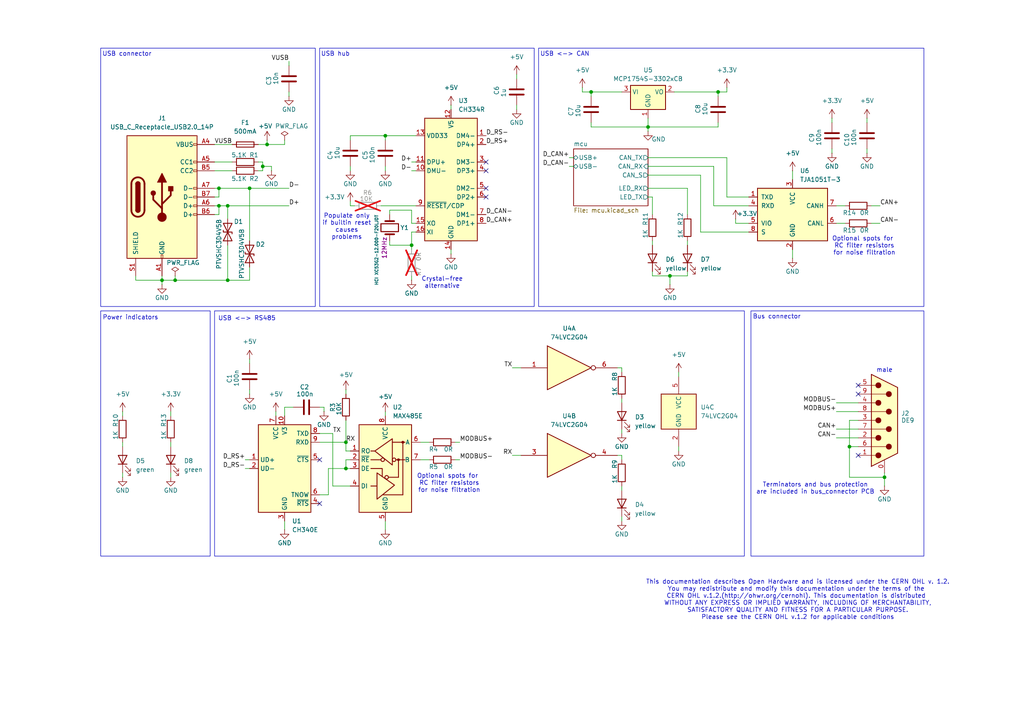
<source format=kicad_sch>
(kicad_sch (version 20250114) (generator "eeschema") (generator_version "9.0")
  (paper "A4")
  (title_block (title "USB <-> CAN/RS485 Bridge") (date "2025-11-24") (rev "1.0"))
  (lib_symbols
    (symbol "74xGxx:74LVC2G04"
      (property "Reference" "U" (at 0 7.62 0))
      (property "Value" "74LVC2G04" (at 2.54 -7.62 0))
      (symbol "74LVC2G04_1_1"
        (pin input line (at -15.24 0 0) (length 7.62) (name "~") (number "1"))
        (pin output inverted (at 12.7 0 180) (length 7.62) (name "~") (number "6"))
      )
      (symbol "74LVC2G04_2_1"
        (pin input line (at -15.24 0 0) (length 7.62) (name "~") (number "3"))
        (pin output inverted (at 12.7 0 180) (length 7.62) (name "~") (number "4"))
      )
      (symbol "74LVC2G04_3_1"
        (pin power_in line (at 0 10.16 270) (length 5.08) (name "VCC") (number "5"))
        (pin power_in line (at 0 -10.16 90) (length 5.08) (name "GND") (number "2"))
      )
    )
    (symbol "Connector:DE9_Pins_MountingHoles" (pin_names (offset 1.016) (hide yes))
      (property "Reference" "J" (at 0 16.51 0))
      (property "Value" "DE9_Pins_MountingHoles" (at 0 14.605 0))
      (symbol "DE9_Pins_MountingHoles_1_1"
        (pin passive line (at -7.62 10.16 0) (length 3.81) (name "5") (number "5"))
        (pin passive line (at -7.62 7.62 0) (length 3.81) (name "9") (number "9"))
        (pin passive line (at -7.62 5.08 0) (length 3.81) (name "4") (number "4"))
        (pin passive line (at -7.62 2.54 0) (length 3.81) (name "8") (number "8"))
        (pin passive line (at -7.62 0 0) (length 3.81) (name "3") (number "3"))
        (pin passive line (at -7.62 -2.54 0) (length 3.81) (name "7") (number "7"))
        (pin passive line (at -7.62 -5.08 0) (length 3.81) (name "2") (number "2"))
        (pin passive line (at -7.62 -7.62 0) (length 3.81) (name "6") (number "6"))
        (pin passive line (at -7.62 -10.16 0) (length 3.81) (name "1") (number "1"))
        (pin passive line (at 0 -15.24 90) (length 3.81) (name "PAD") (number "0"))
      )
    )
    (symbol "Connector:USB_C_Receptacle_USB2.0_14P" (pin_names (offset 1.016))
      (property "Reference" "J" (at 0 22.225 0))
      (property "Value" "USB_C_Receptacle_USB2.0_14P" (at 0 19.685 0))
      (symbol "USB_C_Receptacle_USB2.0_14P_1_1"
        (pin passive line (at -7.62 -22.86 90) (length 5.08) (name "SHIELD") (number "S1"))
        (pin passive line (at 0 -22.86 90) (length 5.08) (name "GND") (number "A1"))
        (pin passive line (at 0 -22.86 90) (length 5.08) (hide yes) (name "GND") (number "A12"))
        (pin passive line (at 0 -22.86 90) (length 5.08) (hide yes) (name "GND") (number "B1"))
        (pin passive line (at 0 -22.86 90) (length 5.08) (hide yes) (name "GND") (number "B12"))
        (pin passive line (at 15.24 15.24 180) (length 5.08) (name "VBUS") (number "A4"))
        (pin passive line (at 15.24 15.24 180) (length 5.08) (hide yes) (name "VBUS") (number "A9"))
        (pin passive line (at 15.24 15.24 180) (length 5.08) (hide yes) (name "VBUS") (number "B4"))
        (pin passive line (at 15.24 15.24 180) (length 5.08) (hide yes) (name "VBUS") (number "B9"))
        (pin bidirectional line (at 15.24 10.16 180) (length 5.08) (name "CC1") (number "A5"))
        (pin bidirectional line (at 15.24 7.62 180) (length 5.08) (name "CC2") (number "B5"))
        (pin bidirectional line (at 15.24 2.54 180) (length 5.08) (name "D-") (number "A7"))
        (pin bidirectional line (at 15.24 0 180) (length 5.08) (name "D-") (number "B7"))
        (pin bidirectional line (at 15.24 -2.54 180) (length 5.08) (name "D+") (number "A6"))
        (pin bidirectional line (at 15.24 -5.08 180) (length 5.08) (name "D+") (number "B6"))
      )
    )
    (symbol "Device:C" (pin_numbers (hide yes)) (pin_names (offset 0.254))
      (property "Reference" "C" (at 0.635 2.54 0))
      (property "Value" "C" (at 0.635 -2.54 0))
      (symbol "C_1_1"
        (pin passive line (at 0 3.81 270) (length 2.794) (name "~") (number "1"))
        (pin passive line (at 0 -3.81 90) (length 2.794) (name "~") (number "2"))
      )
    )
    (symbol "Device:Crystal" (pin_numbers (hide yes)) (pin_names (offset 1.016) (hide yes))
      (property "Reference" "Y" (at 0 3.81 0))
      (property "Value" "Crystal" (at 0 -3.81 0))
      (symbol "Crystal_1_1"
        (pin passive line (at -3.81 0 0) (length 1.27) (name "1") (number "1"))
        (pin passive line (at 3.81 0 180) (length 1.27) (name "2") (number "2"))
      )
    )
    (symbol "Device:D_TVS" (pin_numbers (hide yes)) (pin_names (offset 1.016) (hide yes))
      (property "Reference" "D" (at 0 2.54 0))
      (property "Value" "D_TVS" (at 0 -2.54 0))
      (symbol "D_TVS_1_1"
        (pin passive line (at -3.81 0 0) (length 2.54) (name "A1") (number "1"))
        (pin passive line (at 3.81 0 180) (length 2.54) (name "A2") (number "2"))
      )
    )
    (symbol "Device:Fuse" (pin_numbers (hide yes)) (pin_names (offset 0))
      (property "Reference" "F" (at 2.032 0 90))
      (property "Value" "Fuse" (at -1.905 0 90))
      (symbol "Fuse_1_1"
        (pin passive line (at 0 3.81 270) (length 1.27) (name "~") (number "1"))
        (pin passive line (at 0 -3.81 90) (length 1.27) (name "~") (number "2"))
      )
    )
    (symbol "Device:LED" (pin_numbers (hide yes)) (pin_names (offset 1.016) (hide yes))
      (property "Reference" "D" (at 0 2.54 0))
      (property "Value" "LED" (at 0 -2.54 0))
      (symbol "LED_1_1"
        (pin passive line (at -3.81 0 0) (length 2.54) (name "K") (number "1"))
        (pin passive line (at 3.81 0 180) (length 2.54) (name "A") (number "2"))
      )
    )
    (symbol "Device:R" (pin_numbers (hide yes)) (pin_names (offset 0))
      (property "Reference" "R" (at 2.032 0 90))
      (property "Value" "R" (at 0 0 90))
      (symbol "R_1_1"
        (pin passive line (at 0 3.81 270) (length 1.27) (name "~") (number "1"))
        (pin passive line (at 0 -3.81 90) (length 1.27) (name "~") (number "2"))
      )
    )
    (symbol "Interface_CAN_LIN:TJA1051T-3" (pin_names (offset 1.016))
      (property "Reference" "U" (at -10.16 8.89 0))
      (property "Value" "TJA1051T-3" (at 1.27 8.89 0))
      (symbol "TJA1051T-3_1_1"
        (pin input line (at -12.7 5.08 0) (length 2.54) (name "TXD") (number "1"))
        (pin output line (at -12.7 2.54 0) (length 2.54) (name "RXD") (number "4"))
        (pin power_in line (at -12.7 -2.54 0) (length 2.54) (name "VIO") (number "5"))
        (pin input line (at -12.7 -5.08 0) (length 2.54) (name "S") (number "8"))
        (pin power_in line (at 0 10.16 270) (length 2.54) (name "VCC") (number "3"))
        (pin power_in line (at 0 -10.16 90) (length 2.54) (name "GND") (number "2"))
        (pin bidirectional line (at 12.7 2.54 180) (length 2.54) (name "CANH") (number "7"))
        (pin bidirectional line (at 12.7 -2.54 180) (length 2.54) (name "CANL") (number "6"))
      )
    )
    (symbol "Interface_UART:MAX485E"
      (property "Reference" "U" (at -6.985 13.97 0))
      (property "Value" "MAX485E" (at 1.905 13.97 0))
      (symbol "MAX485E_1_1"
        (pin output line (at -10.16 5.08 0) (length 2.54) (name "RO") (number "1"))
        (pin input line (at -10.16 2.54 0) (length 2.54) (name "~{RE}") (number "2"))
        (pin input line (at -10.16 0 0) (length 2.54) (name "DE") (number "3"))
        (pin input line (at -10.16 -5.08 0) (length 2.54) (name "DI") (number "4"))
        (pin power_in line (at 0 15.24 270) (length 2.54) (name "VCC") (number "8"))
        (pin power_in line (at 0 -15.24 90) (length 2.54) (name "GND") (number "5"))
        (pin bidirectional line (at 10.16 7.62 180) (length 2.54) (name "A") (number "6"))
        (pin bidirectional line (at 10.16 2.54 180) (length 2.54) (name "B") (number "7"))
      )
    )
    (symbol "Interface_USB:CH334R"
      (property "Reference" "U" (at -7.62 20.32 0))
      (property "Value" "CH334R" (at 2.54 20.32 0))
      (symbol "CH334R_1_1"
        (pin passive line (at -10.16 12.7 0) (length 2.54) (name "VDD33") (number "13"))
        (pin bidirectional line (at -10.16 5.08 0) (length 2.54) (name "DPU+") (number "11"))
        (pin bidirectional line (at -10.16 2.54 0) (length 2.54) (name "DMU-") (number "10"))
        (pin input line (at -10.16 -7.62 0) (length 2.54) (name "~{RESET}/CDP") (number "9"))
        (pin passive line (at -10.16 -12.7 0) (length 2.54) (name "XO") (number "15"))
        (pin passive line (at -10.16 -15.24 0) (length 2.54) (name "XI") (number "16"))
        (pin power_in line (at 0 20.32 270) (length 2.54) (name "V5") (number "12"))
        (pin power_in line (at 0 -20.32 90) (length 2.54) (name "GND") (number "14"))
        (pin bidirectional line (at 10.16 12.7 180) (length 2.54) (name "DM4-") (number "1"))
        (pin bidirectional line (at 10.16 10.16 180) (length 2.54) (name "DP4+") (number "2"))
        (pin bidirectional line (at 10.16 5.08 180) (length 2.54) (name "DM3-") (number "3"))
        (pin bidirectional line (at 10.16 2.54 180) (length 2.54) (name "DP3+") (number "4"))
        (pin bidirectional line (at 10.16 -2.54 180) (length 2.54) (name "DM2-") (number "5"))
        (pin bidirectional line (at 10.16 -5.08 180) (length 2.54) (name "DP2+") (number "6"))
        (pin bidirectional line (at 10.16 -10.16 180) (length 2.54) (name "DM1-") (number "7"))
        (pin bidirectional line (at 10.16 -12.7 180) (length 2.54) (name "DP1+") (number "8"))
      )
    )
    (symbol "Interface_USB:CH340E"
      (property "Reference" "U" (at -5.08 13.97 0))
      (property "Value" "CH340E" (at 1.27 13.97 0))
      (symbol "CH340E_1_1"
        (pin bidirectional line (at -10.16 2.54 0) (length 2.54) (name "UD+") (number "1"))
        (pin bidirectional line (at -10.16 0 0) (length 2.54) (name "UD-") (number "2"))
        (pin power_in line (at -2.54 15.24 270) (length 2.54) (name "VCC") (number "7"))
        (pin power_out line (at 0 15.24 270) (length 2.54) (name "V3") (number "10"))
        (pin power_in line (at 0 -15.24 90) (length 2.54) (name "GND") (number "3"))
        (pin output line (at 10.16 10.16 180) (length 2.54) (name "TXD") (number "8"))
        (pin input line (at 10.16 7.62 180) (length 2.54) (name "RXD") (number "9"))
        (pin input line (at 10.16 2.54 180) (length 2.54) (name "~{CTS}") (number "5"))
        (pin output line (at 10.16 -7.62 180) (length 2.54) (name "TNOW") (number "6"))
        (pin output line (at 10.16 -10.16 180) (length 2.54) (name "~{RTS}") (number "4"))
      )
    )
    (symbol "Regulator_Linear:MCP1754S-3302xCB"
      (property "Reference" "U" (at -3.81 3.175 0))
      (property "Value" "MCP1754S-3302xCB" (at -0.635 3.175 0))
      (symbol "MCP1754S-3302xCB_1_1"
        (pin power_in line (at -7.62 0 0) (length 2.54) (name "VI") (number "3"))
        (pin power_in line (at 0 -7.62 90) (length 2.54) (name "GND") (number "1"))
        (pin power_out line (at 7.62 0 180) (length 2.54) (name "VO") (number "2"))
      )
    )
    (symbol "power:+3.3V" (power) (pin_numbers (hide yes)) (pin_names (offset 0) (hide yes))
      (property "Value" "+3.3V" (at 0 3.556 0))
      (symbol "+3.3V_1_1"
        (pin power_in line (at 0 0 90) (length 0) (name "~") (number "1"))
      )
    )
    (symbol "power:+5V" (power) (pin_numbers (hide yes)) (pin_names (offset 0) (hide yes))
      (property "Value" "+5V" (at 0 3.556 0))
      (symbol "+5V_1_1"
        (pin power_in line (at 0 0 90) (length 0) (name "~") (number "1"))
      )
    )
    (symbol "power:GND" (power) (pin_numbers (hide yes)) (pin_names (offset 0) (hide yes))
      (property "Value" "GND" (at 0 -3.81 0))
      (symbol "GND_1_1"
        (pin power_in line (at 0 0 270) (length 0) (name "~") (number "1"))
      )
    )
    (symbol "power:PWR_FLAG" (power) (pin_numbers (hide yes)) (pin_names (offset 0) (hide yes))
      (property "Value" "PWR_FLAG" (at 0 3.81 0))
      (symbol "PWR_FLAG_0_0"
        (pin power_out line (at 0 0 90) (length 0) (name "~") (number "1"))
      )
    )
  )
  (rectangle (start 29.21 13.97) (end 91.44 88.9))
  (rectangle (start 29.21 90.17) (end 60.96 161.29))
  (rectangle (start 156.21 13.97) (end 267.97 88.9))
  (rectangle (start 62.23 90.17) (end 215.9 161.29))
  (rectangle (start 217.805 90.17) (end 267.97 161.29))
  (rectangle (start 92.71 13.97) (end 154.94 88.9))
  (text "Populate only\nif builtin reset\ncauses\nproblems" (at 100.584 65.786 0) (effects (font (size 1.27 1.27))))
  (text "Terminators and bus protection\nare included in bus_connector PCB" (at 236.474 141.732 0) (effects (font (size 1.27 1.27))))
  (text "USB <-> RS485" (at 71.628 92.456 0) (effects (font (size 1.27 1.27))))
  (text "Bus connector" (at 225.298 91.948 0) (effects (font (size 1.27 1.27))))
  (text "This documentation describes Open Hardware and is licensed under the CERN OHL v. 1.2.\nYou may redistribute and modify this documentation under the terms of the \nCERN OHL v.1.2.(http://ohwr.org/cernohl). This documentation is distributed \nWITHOUT ANY EXPRESS OR IMPLIED WARRANTY, INCLUDING OF MERCHANTABILITY,\nSATISFACTORY QUALITY AND FITNESS FOR A PARTICULAR PURPOSE.\nPlease see the CERN OHL v.1.2 for applicable conditions" (at 231.394 173.99 0) (effects (font (size 1.27 1.27))))
  (text "male" (at 256.54 107.442 0) (effects (font (size 1.27 1.27))))
  (text "Optional spots for \nRC filter resistors\nfor noise filtration" (at 130.302 140.208 0) (effects (font (size 1.27 1.27))))
  (text "USB <-> CAN" (at 163.83 15.748 0) (effects (font (size 1.27 1.27))))
  (text "Power indicators" (at 37.846 92.202 0) (effects (font (size 1.27 1.27))))
  (text "Crystal-free\nalternative" (at 128.27 82.042 0) (effects (font (size 1.27 1.27))))
  (text "Optional spots for \nRC filter resistors\nfor noise filtration" (at 250.698 71.374 0) (effects (font (size 1.27 1.27))))
  (text "USB hub" (at 97.282 15.748 0) (effects (font (size 1.27 1.27))))
  (text "USB connector" (at 36.83 15.748 0) (effects (font (size 1.27 1.27))))
  (junction (at 100.33 128.27))
  (junction (at 246.38 129.54))
  (junction (at 66.04 81.28))
  (junction (at 208.28 26.67))
  (junction (at 72.39 54.61))
  (junction (at 187.96 36.83))
  (junction (at 63.5 54.61))
  (junction (at 256.54 138.43))
  (junction (at 100.33 135.89))
  (junction (at 171.45 26.67))
  (junction (at 76.2 48.26))
  (junction (at 119.38 71.12))
  (junction (at 50.8 81.28))
  (junction (at 66.04 59.69))
  (junction (at 63.5 59.69))
  (junction (at 46.99 81.28))
  (junction (at 111.76 39.37))
  (junction (at 77.47 41.91))
  (junction (at 194.31 80.01))
  (no_connect (at 140.97 49.53))
  (no_connect (at 140.97 46.99))
  (no_connect (at 140.97 54.61))
  (no_connect (at 92.71 133.35))
  (no_connect (at 140.97 57.15))
  (no_connect (at 92.71 146.05))
  (no_connect (at 248.92 132.08))
  (no_connect (at 248.92 111.76))
  (no_connect (at 248.92 114.3))
  (wire (pts (xy 252.73 59.69) (xy 255.27 59.69)))
  (wire (pts (xy 92.71 118.11) (xy 93.98 118.11)))
  (wire (pts (xy 62.23 49.53) (xy 67.31 49.53)))
  (wire (pts (xy 199.39 78.74) (xy 199.39 80.01)))
  (wire (pts (xy 83.82 26.67) (xy 83.82 27.94)))
  (wire (pts (xy 101.6 133.35) (xy 100.33 133.35)))
  (wire (pts (xy 121.92 128.27) (xy 124.46 128.27)))
  (wire (pts (xy 168.91 26.67) (xy 168.91 25.4)))
  (wire (pts (xy 62.23 46.99) (xy 67.31 46.99)))
  (wire (pts (xy 195.58 26.67) (xy 208.28 26.67)))
  (wire (pts (xy 50.8 81.28) (xy 46.99 81.28)))
  (wire (pts (xy 72.39 104.14) (xy 72.39 105.41)))
  (wire (pts (xy 74.93 49.53) (xy 76.2 49.53)))
  (wire (pts (xy 113.03 71.12) (xy 119.38 71.12)))
  (wire (pts (xy 187.96 36.83) (xy 208.28 36.83)))
  (wire (pts (xy 187.96 34.29) (xy 187.96 36.83)))
  (wire (pts (xy 210.82 57.15) (xy 217.17 57.15)))
  (wire (pts (xy 121.92 133.35) (xy 124.46 133.35)))
  (wire (pts (xy 95.25 135.89) (xy 95.25 143.51)))
  (wire (pts (xy 35.56 119.38) (xy 35.56 120.65)))
  (wire (pts (xy 82.55 40.64) (xy 82.55 41.91)))
  (wire (pts (xy 210.82 45.72) (xy 210.82 57.15)))
  (wire (pts (xy 180.34 124.46) (xy 180.34 125.73)))
  (wire (pts (xy 101.6 39.37) (xy 101.6 40.64)))
  (wire (pts (xy 251.46 34.29) (xy 251.46 35.56)))
  (wire (pts (xy 241.3 34.29) (xy 241.3 35.56)))
  (wire (pts (xy 165.1 45.72) (xy 166.37 45.72)))
  (wire (pts (xy 119.38 71.12) (xy 119.38 72.39)))
  (wire (pts (xy 207.01 59.69) (xy 217.17 59.69)))
  (wire (pts (xy 242.57 119.38) (xy 248.92 119.38)))
  (wire (pts (xy 49.53 137.16) (xy 49.53 138.43)))
  (wire (pts (xy 35.56 137.16) (xy 35.56 138.43)))
  (wire (pts (xy 62.23 41.91) (xy 67.31 41.91)))
  (wire (pts (xy 251.46 43.18) (xy 251.46 44.45)))
  (wire (pts (xy 111.76 119.38) (xy 111.76 120.65)))
  (wire (pts (xy 77.47 41.91) (xy 77.47 40.64)))
  (wire (pts (xy 119.38 64.77) (xy 120.65 64.77)))
  (wire (pts (xy 256.54 138.43) (xy 256.54 140.97)))
  (wire (pts (xy 92.71 143.51) (xy 95.25 143.51)))
  (wire (pts (xy 100.33 130.81) (xy 101.6 130.81)))
  (wire (pts (xy 187.96 45.72) (xy 210.82 45.72)))
  (wire (pts (xy 189.23 57.15) (xy 189.23 62.23)))
  (wire (pts (xy 187.96 50.8) (xy 203.2 50.8)))
  (wire (pts (xy 76.2 49.53) (xy 76.2 48.26)))
  (wire (pts (xy 148.59 106.68) (xy 151.13 106.68)))
  (wire (pts (xy 171.45 36.83) (xy 187.96 36.83)))
  (wire (pts (xy 208.28 35.56) (xy 208.28 36.83)))
  (wire (pts (xy 62.23 62.23) (xy 63.5 62.23)))
  (wire (pts (xy 248.92 121.92) (xy 246.38 121.92)))
  (wire (pts (xy 187.96 36.83) (xy 187.96 38.1)))
  (wire (pts (xy 196.85 129.54) (xy 196.85 130.81)))
  (wire (pts (xy 148.59 132.08) (xy 151.13 132.08)))
  (wire (pts (xy 252.73 64.77) (xy 255.27 64.77)))
  (wire (pts (xy 189.23 80.01) (xy 194.31 80.01)))
  (wire (pts (xy 149.86 30.48) (xy 149.86 31.75)))
  (wire (pts (xy 49.53 128.27) (xy 49.53 129.54)))
  (wire (pts (xy 83.82 17.78) (xy 83.82 19.05)))
  (wire (pts (xy 82.55 120.65) (xy 82.55 118.11)))
  (wire (pts (xy 196.85 107.95) (xy 196.85 109.22)))
  (wire (pts (xy 208.28 26.67) (xy 210.82 26.67)))
  (wire (pts (xy 92.71 128.27) (xy 100.33 128.27)))
  (wire (pts (xy 82.55 118.11) (xy 85.09 118.11)))
  (wire (pts (xy 71.12 135.89) (xy 72.39 135.89)))
  (wire (pts (xy 100.33 121.92) (xy 100.33 128.27)))
  (wire (pts (xy 66.04 59.69) (xy 83.82 59.69)))
  (wire (pts (xy 72.39 54.61) (xy 72.39 69.85)))
  (wire (pts (xy 100.33 113.03) (xy 100.33 114.3)))
  (wire (pts (xy 187.96 57.15) (xy 189.23 57.15)))
  (wire (pts (xy 165.1 48.26) (xy 166.37 48.26)))
  (wire (pts (xy 101.6 48.26) (xy 101.6 49.53)))
  (wire (pts (xy 229.87 72.39) (xy 229.87 74.93)))
  (wire (pts (xy 113.03 69.85) (xy 113.03 71.12)))
  (wire (pts (xy 132.08 133.35) (xy 133.35 133.35)))
  (wire (pts (xy 46.99 81.28) (xy 46.99 82.55)))
  (wire (pts (xy 100.33 128.27) (xy 100.33 130.81)))
  (wire (pts (xy 63.5 54.61) (xy 63.5 57.15)))
  (wire (pts (xy 119.38 46.99) (xy 120.65 46.99)))
  (wire (pts (xy 50.8 80.01) (xy 50.8 81.28)))
  (wire (pts (xy 100.33 135.89) (xy 101.6 135.89)))
  (wire (pts (xy 62.23 54.61) (xy 63.5 54.61)))
  (wire (pts (xy 71.12 133.35) (xy 72.39 133.35)))
  (wire (pts (xy 180.34 140.97) (xy 180.34 142.24)))
  (wire (pts (xy 78.74 48.26) (xy 78.74 49.53)))
  (wire (pts (xy 101.6 59.69) (xy 102.87 59.69)))
  (wire (pts (xy 63.5 54.61) (xy 72.39 54.61)))
  (wire (pts (xy 242.57 64.77) (xy 245.11 64.77)))
  (wire (pts (xy 217.17 64.77) (xy 213.36 64.77)))
  (wire (pts (xy 207.01 48.26) (xy 207.01 59.69)))
  (wire (pts (xy 82.55 151.13) (xy 82.55 153.67)))
  (wire (pts (xy 242.57 116.84) (xy 248.92 116.84)))
  (wire (pts (xy 39.37 80.01) (xy 39.37 81.28)))
  (wire (pts (xy 66.04 81.28) (xy 50.8 81.28)))
  (wire (pts (xy 208.28 26.67) (xy 208.28 27.94)))
  (wire (pts (xy 72.39 77.47) (xy 72.39 81.28)))
  (wire (pts (xy 194.31 80.01) (xy 194.31 82.55)))
  (wire (pts (xy 96.52 140.97) (xy 101.6 140.97)))
  (wire (pts (xy 187.96 54.61) (xy 199.39 54.61)))
  (wire (pts (xy 189.23 69.85) (xy 189.23 71.12)))
  (wire (pts (xy 180.34 106.68) (xy 180.34 107.95)))
  (wire (pts (xy 213.36 64.77) (xy 213.36 63.5)))
  (wire (pts (xy 246.38 138.43) (xy 246.38 129.54)))
  (wire (pts (xy 180.34 26.67) (xy 171.45 26.67)))
  (wire (pts (xy 130.81 30.48) (xy 130.81 31.75)))
  (wire (pts (xy 180.34 115.57) (xy 180.34 116.84)))
  (wire (pts (xy 76.2 48.26) (xy 78.74 48.26)))
  (wire (pts (xy 74.93 46.99) (xy 76.2 46.99)))
  (wire (pts (xy 119.38 80.01) (xy 119.38 81.28)))
  (wire (pts (xy 113.03 60.96) (xy 119.38 60.96)))
  (wire (pts (xy 62.23 59.69) (xy 63.5 59.69)))
  (wire (pts (xy 132.08 128.27) (xy 133.35 128.27)))
  (wire (pts (xy 130.81 72.39) (xy 130.81 73.66)))
  (wire (pts (xy 93.98 118.11) (xy 93.98 119.38)))
  (wire (pts (xy 203.2 50.8) (xy 203.2 67.31)))
  (wire (pts (xy 76.2 46.99) (xy 76.2 48.26)))
  (wire (pts (xy 246.38 121.92) (xy 246.38 129.54)))
  (wire (pts (xy 189.23 78.74) (xy 189.23 80.01)))
  (wire (pts (xy 63.5 59.69) (xy 63.5 62.23)))
  (wire (pts (xy 111.76 39.37) (xy 111.76 40.64)))
  (wire (pts (xy 95.25 135.89) (xy 100.33 135.89)))
  (wire (pts (xy 35.56 128.27) (xy 35.56 129.54)))
  (wire (pts (xy 171.45 35.56) (xy 171.45 36.83)))
  (wire (pts (xy 203.2 67.31) (xy 217.17 67.31)))
  (wire (pts (xy 63.5 59.69) (xy 66.04 59.69)))
  (wire (pts (xy 199.39 69.85) (xy 199.39 71.12)))
  (wire (pts (xy 100.33 133.35) (xy 100.33 135.89)))
  (wire (pts (xy 110.49 59.69) (xy 120.65 59.69)))
  (wire (pts (xy 39.37 81.28) (xy 46.99 81.28)))
  (wire (pts (xy 62.23 57.15) (xy 63.5 57.15)))
  (wire (pts (xy 241.3 43.18) (xy 241.3 44.45)))
  (wire (pts (xy 66.04 59.69) (xy 66.04 63.5)))
  (wire (pts (xy 111.76 39.37) (xy 120.65 39.37)))
  (wire (pts (xy 246.38 129.54) (xy 248.92 129.54)))
  (wire (pts (xy 119.38 67.31) (xy 120.65 67.31)))
  (wire (pts (xy 194.31 80.01) (xy 199.39 80.01)))
  (wire (pts (xy 113.03 62.23) (xy 113.03 60.96)))
  (wire (pts (xy 80.01 119.38) (xy 80.01 120.65)))
  (wire (pts (xy 96.52 125.73) (xy 96.52 140.97)))
  (wire (pts (xy 242.57 59.69) (xy 245.11 59.69)))
  (wire (pts (xy 49.53 119.38) (xy 49.53 120.65)))
  (wire (pts (xy 256.54 137.16) (xy 256.54 138.43)))
  (wire (pts (xy 229.87 49.53) (xy 229.87 52.07)))
  (wire (pts (xy 72.39 54.61) (xy 83.82 54.61)))
  (wire (pts (xy 242.57 124.46) (xy 248.92 124.46)))
  (wire (pts (xy 74.93 41.91) (xy 77.47 41.91)))
  (wire (pts (xy 180.34 149.86) (xy 180.34 151.13)))
  (wire (pts (xy 111.76 151.13) (xy 111.76 153.67)))
  (wire (pts (xy 111.76 48.26) (xy 111.76 49.53)))
  (wire (pts (xy 101.6 39.37) (xy 111.76 39.37)))
  (wire (pts (xy 46.99 80.01) (xy 46.99 81.28)))
  (wire (pts (xy 77.47 41.91) (xy 82.55 41.91)))
  (wire (pts (xy 119.38 49.53) (xy 120.65 49.53)))
  (wire (pts (xy 149.86 21.59) (xy 149.86 22.86)))
  (wire (pts (xy 242.57 127) (xy 248.92 127)))
  (wire (pts (xy 179.07 132.08) (xy 180.34 132.08)))
  (wire (pts (xy 210.82 26.67) (xy 210.82 25.4)))
  (wire (pts (xy 119.38 71.12) (xy 119.38 67.31)))
  (wire (pts (xy 72.39 113.03) (xy 72.39 114.3)))
  (wire (pts (xy 199.39 54.61) (xy 199.39 62.23)))
  (wire (pts (xy 66.04 71.12) (xy 66.04 81.28)))
  (wire (pts (xy 92.71 125.73) (xy 96.52 125.73)))
  (wire (pts (xy 180.34 132.08) (xy 180.34 133.35)))
  (wire (pts (xy 101.6 58.42) (xy 101.6 59.69)))
  (wire (pts (xy 171.45 26.67) (xy 168.91 26.67)))
  (wire (pts (xy 119.38 60.96) (xy 119.38 64.77)))
  (wire (pts (xy 256.54 138.43) (xy 246.38 138.43)))
  (wire (pts (xy 187.96 48.26) (xy 207.01 48.26)))
  (wire (pts (xy 179.07 106.68) (xy 180.34 106.68)))
  (wire (pts (xy 171.45 26.67) (xy 171.45 27.94)))
  (wire (pts (xy 72.39 81.28) (xy 66.04 81.28)))
  (label "CAN+" (at 242.57 124.46 180))
  (label "D_RS-" (at 140.97 39.37 0))
  (label "TX" (at 96.52 125.73 0))
  (label "D+" (at 83.82 59.69 0))
  (label "D_RS-" (at 71.12 135.89 180))
  (label "RX" (at 100.33 128.27 0))
  (label "D-" (at 119.38 49.53 180))
  (label "MODBUS+" (at 133.35 128.27 0))
  (label "CAN-" (at 255.27 64.77 0))
  (label "CAN+" (at 255.27 59.69 0))
  (label "MODBUS-" (at 133.35 133.35 0))
  (label "RX" (at 148.59 132.08 180))
  (label "D_RS+" (at 71.12 133.35 180))
  (label "D_RS+" (at 140.97 41.91 0))
  (label "D+" (at 119.38 46.99 180))
  (label "D_CAN+" (at 140.97 64.77 0))
  (label "D_CAN-" (at 140.97 62.23 0))
  (label "TX" (at 148.59 106.68 180))
  (label "MODBUS+" (at 242.57 119.38 180))
  (label "CAN-" (at 242.57 127 180))
  (label "MODBUS-" (at 242.57 116.84 180))
  (label "VUSB" (at 67.31 41.91 180))
  (label "VUSB" (at 83.82 17.78 180))
  (label "D_CAN-" (at 165.1 48.26 180))
  (label "D-" (at 83.82 54.61 0))
  (label "D_CAN+" (at 165.1 45.72 180))
  (symbol (lib_id "power:+5V") (at 80.01 119.38 0) (unit 1)
    (property "Reference" "#PWR04" (effects (hide yes)))
    (property "Value" "+5V" (at 80.01 114.3 0))
    (property "Description" "Power symbol creates a global label with name \"+5V\"" (effects (hide yes)))
  )
  (symbol (lib_id "74xGxx:74LVC2G04") (at 166.37 106.68 0) (unit 1)
    (property "Reference" "U4" (at 165.1 95.25 0))
    (property "Value" "74LVC2G04" (at 165.1 97.79 0))
    (property "Footprint" "Package_TO_SOT_SMD:SOT-23-6" (effects (hide yes)))
    (property "Datasheet" "\\datasheets\\74LVC2G04.pdf" (effects (hide yes)))
    (property "Description" "Dual NOT Gate, Low-Voltage CMOS" (effects (hide yes)))
    (property "LCSC" "https://www.lcsc.com/product-detail/C19829596.html?s_z=n_74LVC2G04" (effects (hide yes)))
  )
  (symbol (lib_id "power:GND") (at 46.99 82.55 0) (unit 1)
    (property "Reference" "#PWR03" (effects (hide yes)))
    (property "Value" "GND" (at 46.99 86.36 0))
    (property "Description" "Power symbol creates a global label with name \"GND\" , ground" (effects (hide yes)))
  )
  (symbol (lib_id "power:+3.3V") (at 210.82 25.4 0) (unit 1)
    (property "Reference" "#PWR030" (effects (hide yes)))
    (property "Value" "+3.3V" (at 210.82 20.32 0))
    (property "Description" "Power symbol creates a global label with name \"+3.3V\"" (effects (hide yes)))
  )
  (symbol (lib_id "Device:C") (at 88.9 118.11 90) (unit 1)
    (property "Reference" "C2" (at 89.662 112.268 90) (effects (justify left)))
    (property "Value" "100n" (at 90.9319 114.3 90) (effects (justify left)))
    (property "Footprint" "Capacitor_SMD:C_0603_1608Metric" (effects (hide yes)))
    (property "Description" "Unpolarized capacitor" (effects (hide yes)))
    (property "LCSC" "https://www.lcsc.com/product-detail/C66501.html" (effects (hide yes)))
  )
  (symbol (lib_id "Device:C") (at 171.45 31.75 180) (unit 1)
    (property "Reference" "C7" (at 165.608 30.988 90) (effects (justify left)))
    (property "Value" "10u" (at 167.64 30.226 90) (effects (justify left)))
    (property "Footprint" "Capacitor_SMD:C_0603_1608Metric" (effects (hide yes)))
    (property "Description" "Unpolarized capacitor" (effects (hide yes)))
    (property "LCSC" "https://www.lcsc.com/product-detail/C92487.html" (effects (hide yes)))
  )
  (symbol (lib_id "power:GND") (at 187.96 38.1 0) (unit 1)
    (property "Reference" "#PWR028" (effects (hide yes)))
    (property "Value" "GND" (at 191.008 40.386 0))
    (property "Description" "Power symbol creates a global label with name \"GND\" , ground" (effects (hide yes)))
  )
  (symbol (lib_id "power:GND") (at 256.54 140.97 0) (unit 1)
    (property "Reference" "#PWR036" (effects (hide yes)))
    (property "Value" "GND" (at 256.54 144.78 0))
    (property "Description" "Power symbol creates a global label with name \"GND\" , ground" (effects (hide yes)))
  )
  (symbol (lib_id "power:PWR_FLAG") (at 50.8 80.01 0) (unit 1)
    (property "Reference" "#FLG01" (effects (hide yes)))
    (property "Value" "PWR_FLAG" (at 53.086 76.2 0))
    (property "Description" "Special symbol for telling ERC where power comes from" (effects (hide yes)))
  )
  (symbol (lib_id "Device:C") (at 111.76 44.45 180) (unit 1)
    (property "Reference" "C5" (at 105.918 43.688 90) (effects (justify left)))
    (property "Value" "100n" (at 107.95 42.4181 90) (effects (justify left)))
    (property "Footprint" "Capacitor_SMD:C_0603_1608Metric" (effects (hide yes)))
    (property "Description" "Unpolarized capacitor" (effects (hide yes)))
    (property "LCSC" "https://www.lcsc.com/product-detail/C66501.html" (effects (hide yes)))
  )
  (symbol (lib_id "Device:D_TVS") (at 72.39 73.66 90) (unit 1)
    (property "Reference" "D2" (at 74.168 70.866 90) (effects (justify right)))
    (property "Value" "PTVSHC3D4V5B" (at 70.104 66.294 0) (effects (justify right)))
    (property "Footprint" "Diode_SMD:D_SOD-323" (effects (hide yes)))
    (property "Datasheet" "\\datasheets\\1810251317_Shanghai-Prisemi-Elec-PTVSHC3D4V5B_C110752.pdf" (effects (hide yes)))
    (property "Description" "Bidirectional transient-voltage-suppression diode" (effects (hide yes)))
    (property "LCSC" "https://www.lcsc.com/product-detail/C110752.html?s_z=n_PTVSHC3D4V5B" (effects (hide yes)))
  )
  (symbol (lib_id "power:GND") (at 251.46 44.45 0) (unit 1)
    (property "Reference" "#PWR040" (effects (hide yes)))
    (property "Value" "GND" (at 251.46 48.26 0))
    (property "Description" "Power symbol creates a global label with name \"GND\" , ground" (effects (hide yes)))
  )
  (symbol (lib_id "power:+3.3V") (at 49.53 119.38 0) (unit 1)
    (property "Reference" "#PWR032" (effects (hide yes)))
    (property "Value" "+3.3V" (at 49.53 114.3 0))
    (property "Description" "Power symbol creates a global label with name \"+3.3V\"" (effects (hide yes)))
  )
  (symbol (lib_id "power:+5V") (at 229.87 49.53 0) (unit 1)
    (property "Reference" "#PWR034" (effects (hide yes)))
    (property "Value" "+5V" (at 229.87 44.45 0))
    (property "Description" "Power symbol creates a global label with name \"+5V\"" (effects (hide yes)))
  )
  (symbol (lib_id "power:GND") (at 194.31 82.55 0) (unit 1)
    (property "Reference" "#PWR029" (effects (hide yes)))
    (property "Value" "GND" (at 194.31 86.36 0))
    (property "Description" "Power symbol creates a global label with name \"GND\" , ground" (effects (hide yes)))
  )
  (symbol (lib_id "Device:C") (at 208.28 31.75 180) (unit 1)
    (property "Reference" "C8" (at 202.438 30.226 90) (effects (justify left)))
    (property "Value" "10u" (at 204.47 29.7181 90) (effects (justify left)))
    (property "Footprint" "Capacitor_SMD:C_0603_1608Metric" (effects (hide yes)))
    (property "Description" "Unpolarized capacitor" (effects (hide yes)))
    (property "LCSC" "https://www.lcsc.com/product-detail/C92487.html" (effects (hide yes)))
  )
  (symbol (lib_id "Device:R") (at 199.39 66.04 180) (unit 1)
    (property "Reference" "R12" (at 197.358 63.5 90))
    (property "Value" "1K" (at 197.358 67.818 90))
    (property "Footprint" "Resistor_SMD:R_0603_1608Metric" (effects (hide yes)))
    (property "Description" "Resistor" (effects (hide yes)))
    (property "LCSC" "https://www.lcsc.com/product-detail/C22548.html" (effects (hide yes)))
  )
  (symbol (lib_id "Device:R") (at 128.27 133.35 270) (unit 1)
    (property "Reference" "R5" (at 125.73 135.382 90))
    (property "Value" "0R" (at 130.048 135.382 90))
    (property "Footprint" "Resistor_SMD:R_0603_1608Metric" (effects (hide yes)))
    (property "Description" "Resistor" (effects (hide yes)))
    (property "LCSC" "https://www.lcsc.com/product-detail/C95177.html" (effects (hide yes)))
  )
  (symbol (lib_id "power:+3.3V") (at 213.36 63.5 0) (unit 1)
    (property "Reference" "#PWR031" (effects (hide yes)))
    (property "Value" "+3.3V" (at 216.662 61.976 0))
    (property "Description" "Power symbol creates a global label with name \"+3.3V\"" (effects (hide yes)))
  )
  (symbol (lib_id "Device:Crystal") (at 113.03 66.04 270) (unit 1)
    (property "Reference" "Y1" (at 116.078 66.04 90) (effects (justify left)))
    (property "Value" "HCI XC53G2-12.000-F20LJDT" (at 109.22 62.23 0) (effects (font (size 0.889 0.889)) (justify left)))
    (property "Footprint" "Crystal:Crystal_SMD_5032-2Pin_5.0x3.2mm" (effects (hide yes)))
    (property "Datasheet" "\\datasheets\\HCI XC53G2-12.000-F20LJDT.pdf" (effects (hide yes)))
    (property "Description" "Two pin crystal" (effects (hide yes)))
    (property "LCSC" "https://www.lcsc.com/product-detail/C2842275.html?s_z=n_HCI%2520XC53G2-12.000-F20LJDT" (effects (hide yes)))
    (property "Freq" "12MHz" (at 111.506 71.882 0))
  )
  (symbol (lib_id "Interface_USB:CH340E") (at 82.55 135.89 0) (unit 1)
    (property "Reference" "U1" (at 84.6933 151.13 0) (effects (justify left)))
    (property "Value" "CH340E" (at 84.6933 153.67 0) (effects (justify left)))
    (property "Footprint" "Package_SO:MSOP-10_3x3mm_P0.5mm" (effects (hide yes)))
    (property "Datasheet" "\\datasheets\\35227cpdata.pdf" (effects (hide yes)))
    (property "Description" "USB serial converter, UART, MSOP-10" (effects (hide yes)))
    (property "LCSC" "https://www.lcsc.com/product-detail/C99652.html?s_z=n_ch340e" (effects (hide yes)))
  )
  (symbol (lib_id "Device:C") (at 149.86 26.67 180) (unit 1)
    (property "Reference" "C6" (at 144.018 24.892 90) (effects (justify left)))
    (property "Value" "1u" (at 146.05 25.654 90) (effects (justify left)))
    (property "Footprint" "Capacitor_SMD:C_0603_1608Metric" (effects (hide yes)))
    (property "Description" "Unpolarized capacitor" (effects (hide yes)))
    (property "LCSC" "https://www.lcsc.com/product-detail/C1592.html" (effects (hide yes)))
  )
  (symbol (lib_id "power:GND") (at 83.82 27.94 0) (unit 1)
    (property "Reference" "#PWR012" (effects (hide yes)))
    (property "Value" "GND" (at 83.82 31.75 0))
    (property "Description" "Power symbol creates a global label with name \"GND\" , ground" (effects (hide yes)))
  )
  (symbol (lib_id "Device:R") (at 49.53 124.46 180) (unit 1)
    (property "Reference" "R13" (at 47.498 121.92 90))
    (property "Value" "1K" (at 47.498 126.238 90))
    (property "Footprint" "Resistor_SMD:R_0603_1608Metric" (effects (hide yes)))
    (property "Description" "Resistor" (effects (hide yes)))
    (property "LCSC" "https://www.lcsc.com/product-detail/C22548.html" (effects (hide yes)))
  )
  (symbol (lib_id "Device:R") (at 180.34 137.16 180) (unit 1)
    (property "Reference" "R9" (at 178.308 134.62 90))
    (property "Value" "1K" (at 178.308 138.938 90))
    (property "Footprint" "Resistor_SMD:R_0603_1608Metric" (effects (hide yes)))
    (property "Description" "Resistor" (effects (hide yes)))
    (property "LCSC" "https://www.lcsc.com/product-detail/C22548.html" (effects (hide yes)))
  )
  (symbol (lib_id "Device:R") (at 128.27 128.27 270) (unit 1)
    (property "Reference" "R4" (at 125.73 130.302 90))
    (property "Value" "0R" (at 130.048 130.302 90))
    (property "Footprint" "Resistor_SMD:R_0603_1608Metric" (effects (hide yes)))
    (property "Description" "Resistor" (effects (hide yes)))
    (property "LCSC" "https://www.lcsc.com/product-detail/C95177.html" (effects (hide yes)))
  )
  (symbol (lib_id "power:GND") (at 35.56 138.43 0) (unit 1)
    (property "Reference" "#PWR027" (effects (hide yes)))
    (property "Value" "GND" (at 35.56 142.24 0))
    (property "Description" "Power symbol creates a global label with name \"GND\" , ground" (effects (hide yes)))
  )
  (symbol (lib_id "Device:LED") (at 199.39 74.93 90) (unit 1)
    (property "Reference" "D7" (at 203.2 75.2474 90) (effects (justify right)))
    (property "Value" "yellow" (at 203.2 77.7874 90) (effects (justify right)))
    (property "Footprint" "LED_SMD:LED_0603_1608Metric" (effects (hide yes)))
    (property "Description" "Light emitting diode" (effects (hide yes)))
    (property "Sim.Pins" "1=K 2=A" (effects (hide yes)))
    (property "LCSC" "https://www.lcsc.com/product-detail/C72038.html" (effects (hide yes)))
  )
  (symbol (lib_id "power:+3.3V") (at 241.3 34.29 0) (unit 1)
    (property "Reference" "#PWR037" (effects (hide yes)))
    (property "Value" "+3.3V" (at 241.3 29.21 0))
    (property "Description" "Power symbol creates a global label with name \"+3.3V\"" (effects (hide yes)))
  )
  (symbol (lib_id "Device:R") (at 106.68 59.69 270) (unit 1) (dnp yes)
    (property "Reference" "R6" (at 107.95 55.88 90) (effects (justify right)))
    (property "Value" "10K" (at 108.204 57.658 90) (effects (justify right)))
    (property "Footprint" "Resistor_SMD:R_0603_1608Metric" (effects (hide yes)))
    (property "Description" "Resistor" (effects (hide yes)))
    (property "LCSC" "https://www.lcsc.com/product-detail/C98220.html" (effects (hide yes)))
  )
  (symbol (lib_id "Device:R") (at 248.92 59.69 270) (unit 1)
    (property "Reference" "R14" (at 246.38 61.722 90))
    (property "Value" "0R" (at 250.698 61.722 90))
    (property "Footprint" "Resistor_SMD:R_0603_1608Metric" (effects (hide yes)))
    (property "Description" "Resistor" (effects (hide yes)))
    (property "LCSC" "https://www.lcsc.com/product-detail/C95177.html" (effects (hide yes)))
  )
  (symbol (lib_id "power:GND") (at 229.87 74.93 0) (unit 1)
    (property "Reference" "#PWR035" (effects (hide yes)))
    (property "Value" "GND" (at 229.87 78.74 0))
    (property "Description" "Power symbol creates a global label with name \"GND\" , ground" (effects (hide yes)))
  )
  (symbol (lib_id "power:+5V") (at 130.81 30.48 0) (unit 1)
    (property "Reference" "#PWR017" (effects (hide yes)))
    (property "Value" "+5V" (at 130.81 25.4 0))
    (property "Description" "Power symbol creates a global label with name \"+5V\"" (effects (hide yes)))
  )
  (symbol (lib_id "Device:R") (at 248.92 64.77 270) (unit 1)
    (property "Reference" "R15" (at 246.38 66.802 90))
    (property "Value" "0R" (at 250.698 66.802 90))
    (property "Footprint" "Resistor_SMD:R_0603_1608Metric" (effects (hide yes)))
    (property "Description" "Resistor" (effects (hide yes)))
    (property "LCSC" "https://www.lcsc.com/product-detail/C95177.html" (effects (hide yes)))
  )
  (symbol (lib_id "power:GND") (at 149.86 31.75 0) (unit 1)
    (property "Reference" "#PWR022" (effects (hide yes)))
    (property "Value" "GND" (at 149.86 35.56 0))
    (property "Description" "Power symbol creates a global label with name \"GND\" , ground" (effects (hide yes)))
  )
  (symbol (lib_id "power:GND") (at 180.34 125.73 0) (unit 1)
    (property "Reference" "#PWR019" (effects (hide yes)))
    (property "Value" "GND" (at 180.34 129.54 0))
    (property "Description" "Power symbol creates a global label with name \"GND\" , ground" (effects (hide yes)))
  )
  (symbol (lib_id "power:GND") (at 196.85 130.81 0) (unit 1)
    (property "Reference" "#PWR024" (effects (hide yes)))
    (property "Value" "GND" (at 196.85 134.62 0))
    (property "Description" "Power symbol creates a global label with name \"GND\" , ground" (effects (hide yes)))
  )
  (symbol (lib_id "Device:LED") (at 180.34 146.05 90) (unit 1)
    (property "Reference" "D4" (at 184.15 146.3674 90) (effects (justify right)))
    (property "Value" "yellow" (at 184.15 148.9074 90) (effects (justify right)))
    (property "Footprint" "LED_SMD:LED_0603_1608Metric" (effects (hide yes)))
    (property "Description" "Light emitting diode" (effects (hide yes)))
    (property "Sim.Pins" "1=K 2=A" (effects (hide yes)))
    (property "LCSC" "https://www.lcsc.com/product-detail/C72038.html" (effects (hide yes)))
  )
  (symbol (lib_id "Interface_USB:CH334R") (at 130.81 52.07 0) (unit 1)
    (property "Reference" "U3" (at 132.9533 29.21 0) (effects (justify left)))
    (property "Value" "CH334R" (at 132.9533 31.75 0) (effects (justify left)))
    (property "Footprint" "Package_SO:QSOP-16_3.9x4.9mm_P0.635mm" (effects (hide yes)))
    (property "Datasheet" "\\datasheets\\CH334DS1.PDF" (effects (hide yes)))
    (property "Description" "USB HUB controller, UART, QSOP-16" (effects (hide yes)))
    (property "LCSC" "https://www.lcsc.com/product-detail/C4154405.html?s_z=n_ch334r%2520" (effects (hide yes)))
  )
  (symbol (lib_id "Device:R") (at 119.38 76.2 0) (unit 1) (dnp yes)
    (property "Reference" "R7" (at 121.412 78.74 90))
    (property "Value" "0R" (at 121.412 74.422 90))
    (property "Footprint" "Resistor_SMD:R_0603_1608Metric" (effects (hide yes)))
    (property "Description" "Resistor" (effects (hide yes)))
    (property "LCSC" "https://www.lcsc.com/product-detail/C95177.html" (effects (hide yes)))
  )
  (symbol (lib_id "Device:D_TVS") (at 66.04 67.31 90) (unit 1)
    (property "Reference" "D1" (at 67.818 64.262 90) (effects (justify right)))
    (property "Value" "PTVSHC3D4V5B" (at 63.5 63.5 0) (effects (justify right)))
    (property "Footprint" "Diode_SMD:D_SOD-323" (effects (hide yes)))
    (property "Datasheet" "\\datasheets\\1810251317_Shanghai-Prisemi-Elec-PTVSHC3D4V5B_C110752.pdf" (effects (hide yes)))
    (property "Description" "Bidirectional transient-voltage-suppression diode" (effects (hide yes)))
    (property "LCSC" "https://www.lcsc.com/product-detail/C110752.html?s_z=n_PTVSHC3D4V5B" (effects (hide yes)))
  )
  (symbol (lib_id "Device:R") (at 71.12 49.53 90) (unit 1)
    (property "Reference" "R2" (at 73.66 51.816 90))
    (property "Value" "5.1K" (at 69.342 51.816 90))
    (property "Footprint" "Resistor_SMD:R_0603_1608Metric" (effects (hide yes)))
    (property "Description" "Resistor" (effects (hide yes)))
    (property "LCSC" "https://www.lcsc.com/product-detail/C2907044.html" (effects (hide yes)))
  )
  (symbol (lib_id "power:GND") (at 119.38 81.28 0) (unit 1)
    (property "Reference" "#PWR016" (effects (hide yes)))
    (property "Value" "GND" (at 119.38 85.09 0))
    (property "Description" "Power symbol creates a global label with name \"GND\" , ground" (effects (hide yes)))
  )
  (symbol (lib_id "Device:C") (at 251.46 39.37 180) (unit 1)
    (property "Reference" "C10" (at 245.618 38.608 90) (effects (justify left)))
    (property "Value" "100n" (at 247.65 37.3381 90) (effects (justify left)))
    (property "Footprint" "Capacitor_SMD:C_0603_1608Metric" (effects (hide yes)))
    (property "Description" "Unpolarized capacitor" (effects (hide yes)))
    (property "LCSC" "https://www.lcsc.com/product-detail/C66501.html" (effects (hide yes)))
  )
  (symbol (lib_id "Device:R") (at 100.33 118.11 0) (unit 1)
    (property "Reference" "R3" (at 96.52 116.84 90) (effects (justify right)))
    (property "Value" "10K" (at 98.298 116.586 90) (effects (justify right)))
    (property "Footprint" "Resistor_SMD:R_0603_1608Metric" (effects (hide yes)))
    (property "Description" "Resistor" (effects (hide yes)))
    (property "LCSC" "https://www.lcsc.com/product-detail/C98220.html" (effects (hide yes)))
  )
  (symbol (lib_id "Regulator_Linear:MCP1754S-3302xCB") (at 187.96 26.67 0) (unit 1)
    (property "Reference" "U5" (at 187.96 20.32 0))
    (property "Value" "MCP1754S-3302xCB" (at 187.96 22.86 0))
    (property "Footprint" "Package_TO_SOT_SMD:SOT-23" (effects (hide yes)))
    (property "Datasheet" "\\datasheets\\20002276C.pdf" (effects (hide yes)))
    (property "Description" "Fixed 150mA Low Dropout Voltage Regulator, Positive, 3.3V output, SOT-23" (effects (hide yes)))
    (property "LCSC" "https://www.lcsc.com/product-detail/C625392.html?s_z=n_MCP1754S-3302xCB" (effects (hide yes)))
  )
  (symbol (lib_id "Interface_UART:MAX485E") (at 111.76 135.89 0) (unit 1)
    (property "Reference" "U2" (at 113.9033 118.11 0) (effects (justify left)))
    (property "Value" "MAX485E" (at 113.9033 120.65 0) (effects (justify left)))
    (property "Footprint" "Package_SO:SOIC-8_3.9x4.9mm_P1.27mm" (effects (hide yes)))
    (property "Datasheet" "\\datasheets\\max1487e-max491e.pdf" (effects (hide yes)))
    (property "Description" "Half duplex RS-485/RS-422, 2.5 Mbps, ±15kV electro-static discharge (ESD) protection, no slew-rate, no low-power shutdown, with receiver/driver enable, 32 receiver drive capability, DIP-8 and SOIC-8" (effects (hide yes)))
    (property "LCSC" "https://www.lcsc.com/product-detail/C481667.html?s_z=n_max485e" (effects (hide yes)))
  )
  (symbol (lib_id "Device:R") (at 71.12 46.99 90) (unit 1)
    (property "Reference" "R1" (at 73.66 44.958 90))
    (property "Value" "5.1K" (at 69.342 44.958 90))
    (property "Footprint" "Resistor_SMD:R_0603_1608Metric" (effects (hide yes)))
    (property "Description" "Resistor" (effects (hide yes)))
    (property "LCSC" "https://www.lcsc.com/product-detail/C2907044.html" (effects (hide yes)))
  )
  (symbol (lib_id "power:GND") (at 93.98 119.38 0) (unit 1)
    (property "Reference" "#PWR06" (effects (hide yes)))
    (property "Value" "GND" (at 93.98 123.19 0))
    (property "Description" "Power symbol creates a global label with name \"GND\" , ground" (effects (hide yes)))
  )
  (symbol (lib_id "power:GND") (at 111.76 153.67 0) (unit 1)
    (property "Reference" "#PWR011" (effects (hide yes)))
    (property "Value" "GND" (at 111.76 157.48 0))
    (property "Description" "Power symbol creates a global label with name \"GND\" , ground" (effects (hide yes)))
  )
  (symbol (lib_id "power:+5V") (at 100.33 113.03 0) (unit 1)
    (property "Reference" "#PWR07" (effects (hide yes)))
    (property "Value" "+5V" (at 100.33 108.712 0))
    (property "Description" "Power symbol creates a global label with name \"+5V\"" (effects (hide yes)))
  )
  (symbol (lib_id "Device:C") (at 101.6 44.45 180) (unit 1)
    (property "Reference" "C4" (at 95.758 43.688 90) (effects (justify left)))
    (property "Value" "10u" (at 97.79 42.4181 90) (effects (justify left)))
    (property "Footprint" "Capacitor_SMD:C_0603_1608Metric" (effects (hide yes)))
    (property "Description" "Unpolarized capacitor" (effects (hide yes)))
    (property "LCSC" "https://www.lcsc.com/product-detail/C92487.html" (effects (hide yes)))
  )
  (symbol (lib_id "power:+5V") (at 196.85 107.95 0) (unit 1)
    (property "Reference" "#PWR023" (effects (hide yes)))
    (property "Value" "+5V" (at 196.85 102.87 0))
    (property "Description" "Power symbol creates a global label with name \"+5V\"" (effects (hide yes)))
  )
  (symbol (lib_id "power:+5V") (at 168.91 25.4 0) (unit 1)
    (property "Reference" "#PWR025" (effects (hide yes)))
    (property "Value" "+5V" (at 168.91 20.32 0))
    (property "Description" "Power symbol creates a global label with name \"+5V\"" (effects (hide yes)))
  )
  (symbol (lib_id "Device:LED") (at 180.34 120.65 90) (unit 1)
    (property "Reference" "D3" (at 184.15 120.9674 90) (effects (justify right)))
    (property "Value" "yellow" (at 184.15 123.5074 90) (effects (justify right)))
    (property "Footprint" "LED_SMD:LED_0603_1608Metric" (effects (hide yes)))
    (property "Description" "Light emitting diode" (effects (hide yes)))
    (property "Sim.Pins" "1=K 2=A" (effects (hide yes)))
    (property "LCSC" "https://www.lcsc.com/product-detail/C72038.html" (effects (hide yes)))
  )
  (symbol (lib_id "power:GND") (at 241.3 44.45 0) (unit 1)
    (property "Reference" "#PWR038" (effects (hide yes)))
    (property "Value" "GND" (at 241.3 48.26 0))
    (property "Description" "Power symbol creates a global label with name \"GND\" , ground" (effects (hide yes)))
  )
  (symbol (lib_id "Device:LED") (at 35.56 133.35 90) (unit 1)
    (property "Reference" "D5" (at 39.37 133.6674 90) (effects (justify right)))
    (property "Value" "green" (at 39.37 136.2074 90) (effects (justify right)))
    (property "Footprint" "LED_SMD:LED_0603_1608Metric" (effects (hide yes)))
    (property "Description" "Light emitting diode" (effects (hide yes)))
    (property "Sim.Pins" "1=K 2=A" (effects (hide yes)))
    (property "LCSC" "https://www.lcsc.com/product-detail/C22371297.html" (effects (hide yes)))
  )
  (symbol (lib_id "power:GND") (at 82.55 153.67 0) (unit 1)
    (property "Reference" "#PWR05" (effects (hide yes)))
    (property "Value" "GND" (at 82.55 157.48 0))
    (property "Description" "Power symbol creates a global label with name \"GND\" , ground" (effects (hide yes)))
  )
  (symbol (lib_id "Device:LED") (at 49.53 133.35 90) (unit 1)
    (property "Reference" "D8" (at 53.34 133.6674 90) (effects (justify right)))
    (property "Value" "green" (at 53.34 136.2074 90) (effects (justify right)))
    (property "Footprint" "LED_SMD:LED_0603_1608Metric" (effects (hide yes)))
    (property "Description" "Light emitting diode" (effects (hide yes)))
    (property "Sim.Pins" "1=K 2=A" (effects (hide yes)))
    (property "LCSC" "https://www.lcsc.com/product-detail/C22371297.html" (effects (hide yes)))
  )
  (symbol (lib_id "power:GND") (at 49.53 138.43 0) (unit 1)
    (property "Reference" "#PWR033" (effects (hide yes)))
    (property "Value" "GND" (at 49.53 142.24 0))
    (property "Description" "Power symbol creates a global label with name \"GND\" , ground" (effects (hide yes)))
  )
  (symbol (lib_id "Device:C") (at 72.39 109.22 180) (unit 1)
    (property "Reference" "C1" (at 66.548 108.458 90) (effects (justify left)))
    (property "Value" "100n" (at 68.58 107.188 90) (effects (justify left)))
    (property "Footprint" "Capacitor_SMD:C_0603_1608Metric" (effects (hide yes)))
    (property "Description" "Unpolarized capacitor" (effects (hide yes)))
    (property "LCSC" "https://www.lcsc.com/product-detail/C66501.html" (effects (hide yes)))
  )
  (symbol (lib_id "74xGxx:74LVC2G04") (at 166.37 132.08 0) (unit 2)
    (property "Reference" "U4" (at 165.1 120.65 0))
    (property "Value" "74LVC2G04" (at 165.1 123.19 0))
    (property "Footprint" "Package_TO_SOT_SMD:SOT-23-6" (effects (hide yes)))
    (property "Datasheet" "\\datasheets\\74LVC2G04.pdf" (effects (hide yes)))
    (property "Description" "Dual NOT Gate, Low-Voltage CMOS" (effects (hide yes)))
    (property "LCSC" "https://www.lcsc.com/product-detail/C19829596.html?s_z=n_74LVC2G04" (effects (hide yes)))
  )
  (symbol (lib_id "power:+5V") (at 111.76 119.38 0) (unit 1)
    (property "Reference" "#PWR010" (effects (hide yes)))
    (property "Value" "+5V" (at 111.76 115.062 0))
    (property "Description" "Power symbol creates a global label with name \"+5V\"" (effects (hide yes)))
  )
  (symbol (lib_id "Connector:USB_C_Receptacle_USB2.0_14P") (at 46.99 57.15 0) (unit 1)
    (property "Reference" "J1" (at 46.99 34.29 0))
    (property "Value" "USB_C_Receptacle_USB2.0_14P" (at 46.99 36.83 0))
    (property "Footprint" "Connector_USB:USB_C_Receptacle_GCT_USB4085" (effects (hide yes)))
    (property "Datasheet" "\\datasheets\\usb-c.pdf" (effects (hide yes)))
    (property "Description" "USB 2.0-only 14P Type-C Receptacle connector" (effects (hide yes)))
    (property "LCSC" "https://www.lcsc.com/product-detail/C7095263.html?s_z=n_USB4085" (effects (hide yes)))
  )
  (symbol (lib_id "Device:C") (at 241.3 39.37 180) (unit 1)
    (property "Reference" "C9" (at 235.458 38.608 90) (effects (justify left)))
    (property "Value" "100n" (at 237.49 37.3381 90) (effects (justify left)))
    (property "Footprint" "Capacitor_SMD:C_0603_1608Metric" (effects (hide yes)))
    (property "Description" "Unpolarized capacitor" (effects (hide yes)))
    (property "LCSC" "https://www.lcsc.com/product-detail/C66501.html" (effects (hide yes)))
  )
  (symbol (lib_id "power:+5V") (at 72.39 104.14 0) (unit 1)
    (property "Reference" "#PWR01" (effects (hide yes)))
    (property "Value" "+5V" (at 72.39 99.06 0))
    (property "Description" "Power symbol creates a global label with name \"+5V\"" (effects (hide yes)))
  )
  (symbol (lib_id "Device:R") (at 35.56 124.46 180) (unit 1)
    (property "Reference" "R10" (at 33.528 121.92 90))
    (property "Value" "1K" (at 33.528 126.238 90))
    (property "Footprint" "Resistor_SMD:R_0603_1608Metric" (effects (hide yes)))
    (property "Description" "Resistor" (effects (hide yes)))
    (property "LCSC" "https://www.lcsc.com/product-detail/C22548.html" (effects (hide yes)))
  )
  (symbol (lib_id "Device:LED") (at 189.23 74.93 90) (unit 1)
    (property "Reference" "D6" (at 193.04 75.2474 90) (effects (justify right)))
    (property "Value" "yellow" (at 193.04 77.7874 90) (effects (justify right)))
    (property "Footprint" "LED_SMD:LED_0603_1608Metric" (effects (hide yes)))
    (property "Description" "Light emitting diode" (effects (hide yes)))
    (property "Sim.Pins" "1=K 2=A" (effects (hide yes)))
    (property "LCSC" "https://www.lcsc.com/product-detail/C72038.html" (effects (hide yes)))
  )
  (symbol (lib_id "power:+3.3V") (at 101.6 58.42 0) (unit 1)
    (property "Reference" "#PWR014" (effects (hide yes)))
    (property "Value" "+3.3V" (at 97.028 57.15 0))
    (property "Description" "Power symbol creates a global label with name \"+3.3V\"" (effects (hide yes)))
  )
  (symbol (lib_id "Device:C") (at 83.82 22.86 180) (unit 1)
    (property "Reference" "C3" (at 77.978 22.098 90) (effects (justify left)))
    (property "Value" "10n" (at 80.01 20.8281 90) (effects (justify left)))
    (property "Footprint" "Capacitor_SMD:C_0603_1608Metric" (effects (hide yes)))
    (property "Description" "Unpolarized capacitor" (effects (hide yes)))
    (property "LCSC" "https://www.lcsc.com/product-detail/C100042.html" (effects (hide yes)))
  )
  (symbol (lib_id "power:GND") (at 78.74 49.53 0) (unit 1)
    (property "Reference" "#PWR09" (effects (hide yes)))
    (property "Value" "GND" (at 78.74 53.34 0))
    (property "Description" "Power symbol creates a global label with name \"GND\" , ground" (effects (hide yes)))
  )
  (symbol (lib_id "power:+5V") (at 35.56 119.38 0) (unit 1)
    (property "Reference" "#PWR026" (effects (hide yes)))
    (property "Value" "+5V" (at 35.56 114.3 0))
    (property "Description" "Power symbol creates a global label with name \"+5V\"" (effects (hide yes)))
  )
  (symbol (lib_id "power:GND") (at 101.6 49.53 0) (unit 1)
    (property "Reference" "#PWR013" (effects (hide yes)))
    (property "Value" "GND" (at 101.6 53.34 0))
    (property "Description" "Power symbol creates a global label with name \"GND\" , ground" (effects (hide yes)))
  )
  (symbol (lib_id "power:GND") (at 130.81 73.66 0) (unit 1)
    (property "Reference" "#PWR018" (effects (hide yes)))
    (property "Value" "GND" (at 130.81 77.47 0))
    (property "Description" "Power symbol creates a global label with name \"GND\" , ground" (effects (hide yes)))
  )
  (symbol (lib_id "74xGxx:74LVC2G04") (at 196.85 119.38 0) (unit 3)
    (property "Reference" "U4" (at 203.2 118.1099 0) (effects (justify left)))
    (property "Value" "74LVC2G04" (at 203.2 120.6499 0) (effects (justify left)))
    (property "Footprint" "Package_TO_SOT_SMD:SOT-23-6" (effects (hide yes)))
    (property "Datasheet" "\\datasheets\\74LVC2G04.pdf" (effects (hide yes)))
    (property "Description" "Dual NOT Gate, Low-Voltage CMOS" (effects (hide yes)))
    (property "LCSC" "https://www.lcsc.com/product-detail/C19829596.html?s_z=n_74LVC2G04" (effects (hide yes)))
  )
  (symbol (lib_id "power:GND") (at 72.39 114.3 0) (unit 1)
    (property "Reference" "#PWR02" (effects (hide yes)))
    (property "Value" "GND" (at 72.39 118.11 0))
    (property "Description" "Power symbol creates a global label with name \"GND\" , ground" (effects (hide yes)))
  )
  (symbol (lib_id "power:GND") (at 111.76 49.53 0) (unit 1)
    (property "Reference" "#PWR015" (effects (hide yes)))
    (property "Value" "GND" (at 111.76 53.34 0))
    (property "Description" "Power symbol creates a global label with name \"GND\" , ground" (effects (hide yes)))
  )
  (symbol (lib_id "Device:R") (at 189.23 66.04 180) (unit 1)
    (property "Reference" "R11" (at 187.198 63.5 90))
    (property "Value" "1K" (at 187.198 67.818 90))
    (property "Footprint" "Resistor_SMD:R_0603_1608Metric" (effects (hide yes)))
    (property "Description" "Resistor" (effects (hide yes)))
    (property "LCSC" "https://www.lcsc.com/product-detail/C22548.html" (effects (hide yes)))
  )
  (symbol (lib_id "power:+5V") (at 149.86 21.59 0) (unit 1)
    (property "Reference" "#PWR021" (effects (hide yes)))
    (property "Value" "+5V" (at 149.86 16.51 0))
    (property "Description" "Power symbol creates a global label with name \"+5V\"" (effects (hide yes)))
  )
  (symbol (lib_id "power:GND") (at 180.34 151.13 0) (unit 1)
    (property "Reference" "#PWR020" (effects (hide yes)))
    (property "Value" "GND" (at 180.34 154.94 0))
    (property "Description" "Power symbol creates a global label with name \"GND\" , ground" (effects (hide yes)))
  )
  (symbol (lib_id "Connector:DE9_Pins_MountingHoles") (at 256.54 121.92 0) (unit 1)
    (property "Reference" "J2" (at 261.366 119.888 0) (effects (justify left)))
    (property "Value" "DE9" (at 261.366 121.92 0) (effects (justify left)))
    (property "Footprint" "Connector_Dsub:DSUB-9_Pins_Horizontal_P2.77x2.84mm_EdgePinOffset7.70mm_Housed_MountingHolesOffset9.12mm" (effects (hide yes)))
    (property "Datasheet" "\\datasheets\\de9.pdf" (effects (hide yes)))
    (property "Description" "9-pin D-SUB connector, pins (male), Mounting Hole" (effects (hide yes)))
    (property "LCSC" "https://www.lcsc.com/product-detail/C19077344.html?s_z=n_dsub" (effects (hide yes)))
  )
  (symbol (lib_id "power:PWR_FLAG") (at 82.55 40.64 0) (unit 1)
    (property "Reference" "#FLG02" (effects (hide yes)))
    (property "Value" "PWR_FLAG" (at 84.582 36.576 0))
    (property "Description" "Special symbol for telling ERC where power comes from" (effects (hide yes)))
  )
  (symbol (lib_id "Device:Fuse") (at 71.12 41.91 90) (unit 1)
    (property "Reference" "F1" (at 71.12 35.56 90))
    (property "Value" "500mA" (at 71.12 38.1 90))
    (property "Footprint" "Fuse:Fuse_0603_1608Metric" (effects (hide yes)))
    (property "Datasheet" "\\datasheets\\fuse.pdf" (effects (hide yes)))
    (property "Description" "Fuse" (effects (hide yes)))
    (property "LCSC" "https://www.lcsc.com/product-detail/C41380225.html" (effects (hide yes)))
  )
  (symbol (lib_id "Interface_CAN_LIN:TJA1051T-3") (at 229.87 62.23 0) (unit 1)
    (property "Reference" "U6" (at 232.0133 49.53 0) (effects (justify left)))
    (property "Value" "TJA1051T-3" (at 232.0133 52.07 0) (effects (justify left)))
    (property "Footprint" "Package_SO:SOIC-8_3.9x4.9mm_P1.27mm" (effects (hide yes)))
    (property "Datasheet" "\\datasheets\\TJA1051.pdf" (effects (hide yes)))
    (property "Description" "High-Speed CAN Transceiver, separate VIO, silent mode, SOIC-8" (effects (hide yes)))
    (property "LCSC" "https://www.lcsc.com/product-detail/C51954344.html?s_z=n_TJA1051T-3" (effects (hide yes)))
  )
  (symbol (lib_id "power:+5V") (at 251.46 34.29 0) (unit 1)
    (property "Reference" "#PWR039" (effects (hide yes)))
    (property "Value" "+5V" (at 251.46 29.21 0))
    (property "Description" "Power symbol creates a global label with name \"+5V\"" (effects (hide yes)))
  )
  (symbol (lib_id "Device:R") (at 180.34 111.76 180) (unit 1)
    (property "Reference" "R8" (at 178.308 109.22 90))
    (property "Value" "1K" (at 178.308 113.538 90))
    (property "Footprint" "Resistor_SMD:R_0603_1608Metric" (effects (hide yes)))
    (property "Description" "Resistor" (effects (hide yes)))
    (property "LCSC" "https://www.lcsc.com/product-detail/C22548.html" (effects (hide yes)))
  )
  (symbol (lib_id "power:+5V") (at 77.47 40.64 0) (unit 1)
    (property "Reference" "#PWR08" (effects (hide yes)))
    (property "Value" "+5V" (at 76.962 36.576 0))
    (property "Description" "Power symbol creates a global label with name \"+5V\"" (effects (hide yes)))
  )
  (sheet (at 166.37 43.18) (size 21.59 16.51) (stroke (width 0.1524))
    (property "Sheetname" "mcu" (at 166.37 42.4684 0) (effects (justify left bottom)))
    (property "Sheetfile" "mcu.kicad_sch" (at 166.37 60.2746 0) (effects (justify left top)))
    (pin "USB+" bidirectional (at 166.37 45.72 180))
    (pin "USB-" bidirectional (at 166.37 48.26 180))
    (pin "CAN_TX" output (at 187.96 45.72 0))
    (pin "CAN_RX" input (at 187.96 48.26 0))
    (pin "CAN_S" output (at 187.96 50.8 0))
    (pin "LED_RX" output (at 187.96 54.61 0))
    (pin "LED_TX" output (at 187.96 57.15 0))
  )
)
</source>
